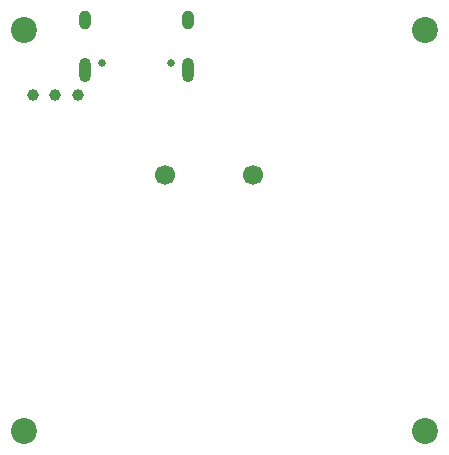
<source format=gbr>
%TF.GenerationSoftware,KiCad,Pcbnew,8.0.5*%
%TF.CreationDate,2024-12-24T21:51:09+03:00*%
%TF.ProjectId,BLR8812AF1 baseboard,424c5238-3831-4324-9146-312062617365,rev?*%
%TF.SameCoordinates,Original*%
%TF.FileFunction,Soldermask,Bot*%
%TF.FilePolarity,Negative*%
%FSLAX46Y46*%
G04 Gerber Fmt 4.6, Leading zero omitted, Abs format (unit mm)*
G04 Created by KiCad (PCBNEW 8.0.5) date 2024-12-24 21:51:09*
%MOMM*%
%LPD*%
G01*
G04 APERTURE LIST*
%ADD10C,1.000000*%
%ADD11C,2.200000*%
%ADD12C,1.700000*%
%ADD13C,0.650000*%
%ADD14O,1.000000X2.100000*%
%ADD15O,1.000000X1.600000*%
G04 APERTURE END LIST*
D10*
%TO.C,X3*%
X53426000Y-34011400D03*
%TD*%
D11*
%TO.C,MH2*%
X52646000Y-28466000D03*
%TD*%
%TO.C,MH3*%
X86646000Y-28466000D03*
%TD*%
%TO.C,MH4*%
X86646000Y-62466000D03*
%TD*%
D10*
%TO.C,X2*%
X55326000Y-34011400D03*
%TD*%
D12*
%TO.C,X4*%
X64646000Y-40766000D03*
%TD*%
D13*
%TO.C,X1*%
X65086000Y-31331000D03*
X59306000Y-31331000D03*
D14*
X66516000Y-31861000D03*
D15*
X66516000Y-27681000D03*
D14*
X57876000Y-31861000D03*
D15*
X57876000Y-27681000D03*
%TD*%
D11*
%TO.C,MH1*%
X52646000Y-62466000D03*
%TD*%
D10*
%TO.C,X5*%
X57226000Y-34011400D03*
%TD*%
D12*
%TO.C,X6*%
X72046000Y-40766000D03*
%TD*%
M02*

</source>
